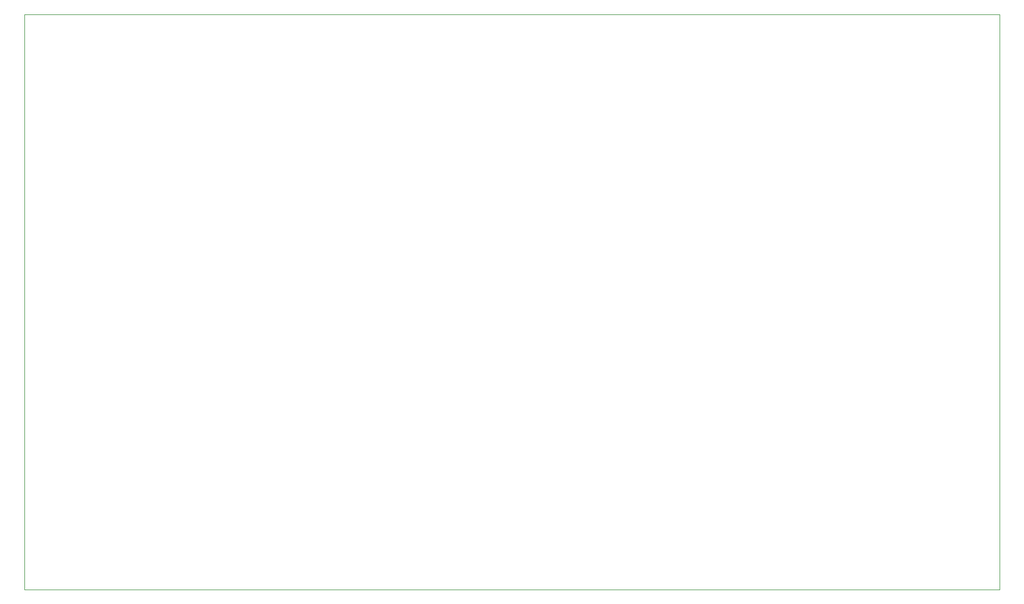
<source format=gm1>
G04 #@! TF.GenerationSoftware,KiCad,Pcbnew,8.0.8*
G04 #@! TF.CreationDate,2025-06-19T10:33:32-04:00*
G04 #@! TF.ProjectId,multimeter,6d756c74-696d-4657-9465-722e6b696361,rev?*
G04 #@! TF.SameCoordinates,Original*
G04 #@! TF.FileFunction,Profile,NP*
%FSLAX46Y46*%
G04 Gerber Fmt 4.6, Leading zero omitted, Abs format (unit mm)*
G04 Created by KiCad (PCBNEW 8.0.8) date 2025-06-19 10:33:32*
%MOMM*%
%LPD*%
G01*
G04 APERTURE LIST*
G04 #@! TA.AperFunction,Profile*
%ADD10C,0.050000*%
G04 #@! TD*
G04 APERTURE END LIST*
D10*
X40000000Y-34000000D02*
X188750000Y-34000000D01*
X188750000Y-121750000D01*
X40000000Y-121750000D01*
X40000000Y-34000000D01*
M02*

</source>
